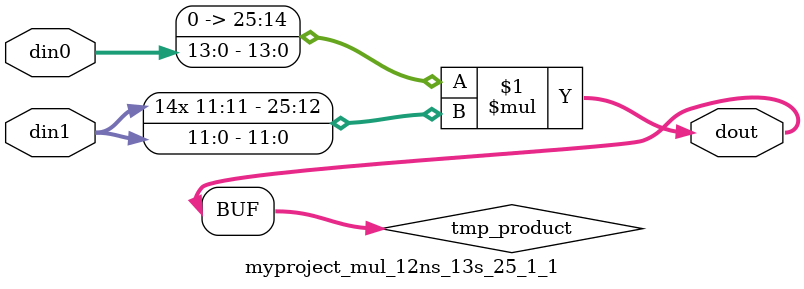
<source format=v>

`timescale 1 ns / 1 ps

 module myproject_mul_12ns_13s_25_1_1(din0, din1, dout);
parameter ID = 1;
parameter NUM_STAGE = 0;
parameter din0_WIDTH = 14;
parameter din1_WIDTH = 12;
parameter dout_WIDTH = 26;

input [din0_WIDTH - 1 : 0] din0; 
input [din1_WIDTH - 1 : 0] din1; 
output [dout_WIDTH - 1 : 0] dout;

wire signed [dout_WIDTH - 1 : 0] tmp_product;

























assign tmp_product = $signed({1'b0, din0}) * $signed(din1);










assign dout = tmp_product;





















endmodule

</source>
